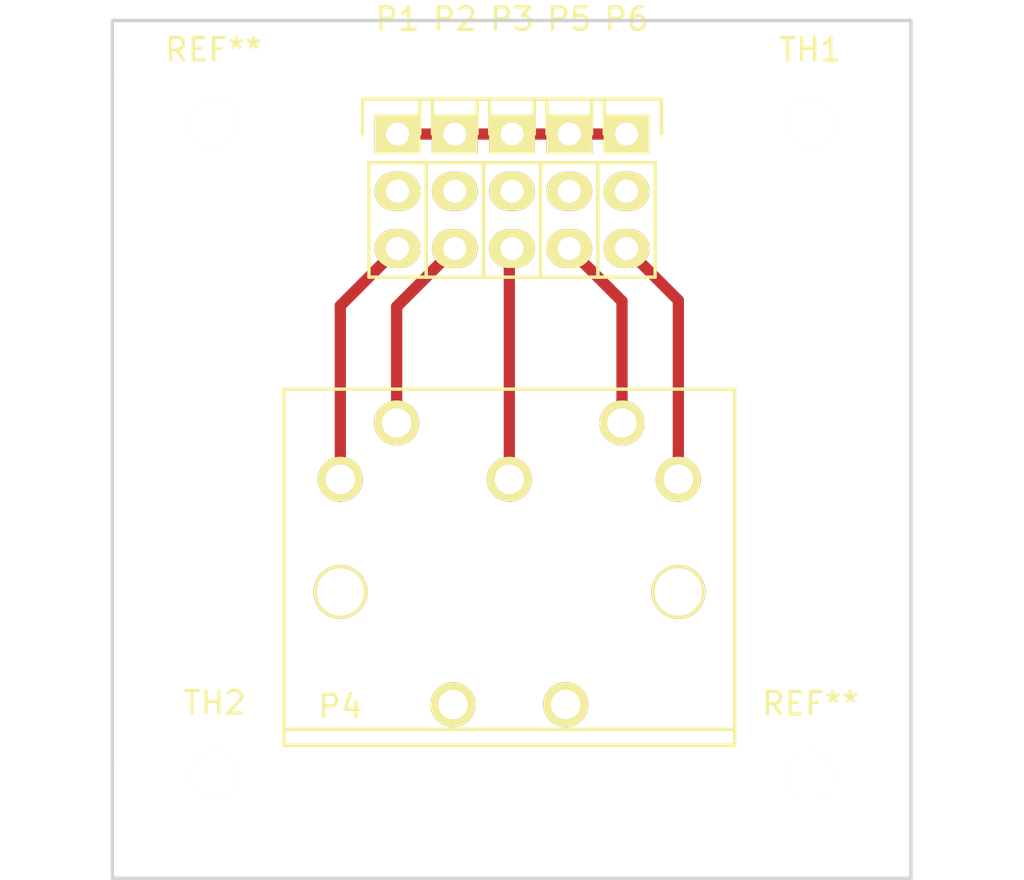
<source format=kicad_pcb>
(kicad_pcb (version 4) (host pcbnew 4.0.3-stable)

  (general
    (links 9)
    (no_connects 3)
    (area 111.724999 101.564999 147.315001 139.775001)
    (thickness 1.6)
    (drawings 18)
    (tracks 15)
    (zones 0)
    (modules 10)
    (nets 12)
  )

  (page A4)
  (layers
    (0 F.Cu signal)
    (31 B.Cu signal)
    (32 B.Adhes user)
    (33 F.Adhes user)
    (34 B.Paste user)
    (35 F.Paste user)
    (36 B.SilkS user)
    (37 F.SilkS user)
    (38 B.Mask user)
    (39 F.Mask user)
    (40 Dwgs.User user)
    (41 Cmts.User user)
    (42 Eco1.User user)
    (43 Eco2.User user)
    (44 Edge.Cuts user)
    (45 Margin user)
    (46 B.CrtYd user)
    (47 F.CrtYd user)
    (48 B.Fab user)
    (49 F.Fab user)
  )

  (setup
    (last_trace_width 0.5)
    (trace_clearance 0.4)
    (zone_clearance 0.508)
    (zone_45_only no)
    (trace_min 0.2)
    (segment_width 0.2)
    (edge_width 0.15)
    (via_size 0.6)
    (via_drill 0.3)
    (via_min_size 0.4)
    (via_min_drill 0.3)
    (uvia_size 7.62)
    (uvia_drill 0.1)
    (uvias_allowed no)
    (uvia_min_size 0.2)
    (uvia_min_drill 0.1)
    (pcb_text_width 0.3)
    (pcb_text_size 1.5 1.5)
    (mod_edge_width 0.15)
    (mod_text_size 1 1)
    (mod_text_width 0.15)
    (pad_size 2.032 1.7272)
    (pad_drill 1.016)
    (pad_to_mask_clearance 0.2)
    (aux_axis_origin 0 0)
    (visible_elements FFFFFF7F)
    (pcbplotparams
      (layerselection 0x00030_80000001)
      (usegerberextensions false)
      (excludeedgelayer true)
      (linewidth 0.100000)
      (plotframeref false)
      (viasonmask false)
      (mode 1)
      (useauxorigin false)
      (hpglpennumber 1)
      (hpglpenspeed 20)
      (hpglpendiameter 15)
      (hpglpenoverlay 2)
      (psnegative false)
      (psa4output false)
      (plotreference true)
      (plotvalue true)
      (plotinvisibletext false)
      (padsonsilk false)
      (subtractmaskfromsilk false)
      (outputformat 1)
      (mirror false)
      (drillshape 1)
      (scaleselection 1)
      (outputdirectory ""))
  )

  (net 0 "")
  (net 1 GND)
  (net 2 "Net-(P1-Pad2)")
  (net 3 /3)
  (net 4 "Net-(P2-Pad2)")
  (net 5 /5)
  (net 6 "Net-(P3-Pad2)")
  (net 7 /2)
  (net 8 /1)
  (net 9 /4)
  (net 10 "Net-(P5-Pad2)")
  (net 11 "Net-(P6-Pad2)")

  (net_class Default "This is the default net class."
    (clearance 0.4)
    (trace_width 0.5)
    (via_dia 0.6)
    (via_drill 0.3)
    (uvia_dia 7.62)
    (uvia_drill 0.1)
    (add_net /1)
    (add_net /2)
    (add_net /3)
    (add_net /4)
    (add_net /5)
    (add_net GND)
    (add_net "Net-(P1-Pad2)")
    (add_net "Net-(P2-Pad2)")
    (add_net "Net-(P3-Pad2)")
    (add_net "Net-(P5-Pad2)")
    (add_net "Net-(P6-Pad2)")
  )

  (module Pin_Headers:Pin_Header_Straight_1x03 (layer F.Cu) (tedit 0) (tstamp 58002501)
    (at 124.46 106.68)
    (descr "Through hole pin header")
    (tags "pin header")
    (path /57FFD25A)
    (fp_text reference P1 (at 0 -5.1) (layer F.SilkS)
      (effects (font (size 1 1) (thickness 0.15)))
    )
    (fp_text value CONN_01X03 (at 0 -3.1) (layer F.Fab)
      (effects (font (size 1 1) (thickness 0.15)))
    )
    (fp_line (start -1.75 -1.75) (end -1.75 6.85) (layer F.CrtYd) (width 0.05))
    (fp_line (start 1.75 -1.75) (end 1.75 6.85) (layer F.CrtYd) (width 0.05))
    (fp_line (start -1.75 -1.75) (end 1.75 -1.75) (layer F.CrtYd) (width 0.05))
    (fp_line (start -1.75 6.85) (end 1.75 6.85) (layer F.CrtYd) (width 0.05))
    (fp_line (start -1.27 1.27) (end -1.27 6.35) (layer F.SilkS) (width 0.15))
    (fp_line (start -1.27 6.35) (end 1.27 6.35) (layer F.SilkS) (width 0.15))
    (fp_line (start 1.27 6.35) (end 1.27 1.27) (layer F.SilkS) (width 0.15))
    (fp_line (start 1.55 -1.55) (end 1.55 0) (layer F.SilkS) (width 0.15))
    (fp_line (start 1.27 1.27) (end -1.27 1.27) (layer F.SilkS) (width 0.15))
    (fp_line (start -1.55 0) (end -1.55 -1.55) (layer F.SilkS) (width 0.15))
    (fp_line (start -1.55 -1.55) (end 1.55 -1.55) (layer F.SilkS) (width 0.15))
    (pad 1 thru_hole rect (at 0 0) (size 2.032 1.7272) (drill 1.016) (layers *.Cu *.Mask F.SilkS)
      (net 1 GND))
    (pad 2 thru_hole oval (at 0 2.54) (size 2.032 1.7272) (drill 1.016) (layers *.Cu *.Mask F.SilkS)
      (net 2 "Net-(P1-Pad2)"))
    (pad 3 thru_hole oval (at 0 5.08) (size 2.032 1.7272) (drill 1.016) (layers *.Cu *.Mask F.SilkS)
      (net 3 /3))
    (model Pin_Headers.3dshapes/Pin_Header_Straight_1x03.wrl
      (at (xyz 0 -0.1 0))
      (scale (xyz 1 1 1))
      (rotate (xyz 0 0 90))
    )
  )

  (module Pin_Headers:Pin_Header_Straight_1x03 (layer F.Cu) (tedit 0) (tstamp 58002508)
    (at 127 106.68)
    (descr "Through hole pin header")
    (tags "pin header")
    (path /57FFD28E)
    (fp_text reference P2 (at 0 -5.1) (layer F.SilkS)
      (effects (font (size 1 1) (thickness 0.15)))
    )
    (fp_text value CONN_01X03 (at 0 -3.1) (layer F.Fab)
      (effects (font (size 1 1) (thickness 0.15)))
    )
    (fp_line (start -1.75 -1.75) (end -1.75 6.85) (layer F.CrtYd) (width 0.05))
    (fp_line (start 1.75 -1.75) (end 1.75 6.85) (layer F.CrtYd) (width 0.05))
    (fp_line (start -1.75 -1.75) (end 1.75 -1.75) (layer F.CrtYd) (width 0.05))
    (fp_line (start -1.75 6.85) (end 1.75 6.85) (layer F.CrtYd) (width 0.05))
    (fp_line (start -1.27 1.27) (end -1.27 6.35) (layer F.SilkS) (width 0.15))
    (fp_line (start -1.27 6.35) (end 1.27 6.35) (layer F.SilkS) (width 0.15))
    (fp_line (start 1.27 6.35) (end 1.27 1.27) (layer F.SilkS) (width 0.15))
    (fp_line (start 1.55 -1.55) (end 1.55 0) (layer F.SilkS) (width 0.15))
    (fp_line (start 1.27 1.27) (end -1.27 1.27) (layer F.SilkS) (width 0.15))
    (fp_line (start -1.55 0) (end -1.55 -1.55) (layer F.SilkS) (width 0.15))
    (fp_line (start -1.55 -1.55) (end 1.55 -1.55) (layer F.SilkS) (width 0.15))
    (pad 1 thru_hole rect (at 0 0) (size 2.032 1.7272) (drill 1.016) (layers *.Cu *.Mask F.SilkS)
      (net 1 GND))
    (pad 2 thru_hole oval (at 0 2.54) (size 2.032 1.7272) (drill 1.016) (layers *.Cu *.Mask F.SilkS)
      (net 4 "Net-(P2-Pad2)"))
    (pad 3 thru_hole oval (at 0 5.08) (size 2.032 1.7272) (drill 1.016) (layers *.Cu *.Mask F.SilkS)
      (net 5 /5))
    (model Pin_Headers.3dshapes/Pin_Header_Straight_1x03.wrl
      (at (xyz 0 -0.1 0))
      (scale (xyz 1 1 1))
      (rotate (xyz 0 0 90))
    )
  )

  (module Pin_Headers:Pin_Header_Straight_1x03 (layer F.Cu) (tedit 0) (tstamp 5800250F)
    (at 129.54 106.68)
    (descr "Through hole pin header")
    (tags "pin header")
    (path /57FFD2D2)
    (fp_text reference P3 (at 0 -5.1) (layer F.SilkS)
      (effects (font (size 1 1) (thickness 0.15)))
    )
    (fp_text value CONN_01X03 (at 0 -3.1) (layer F.Fab)
      (effects (font (size 1 1) (thickness 0.15)))
    )
    (fp_line (start -1.75 -1.75) (end -1.75 6.85) (layer F.CrtYd) (width 0.05))
    (fp_line (start 1.75 -1.75) (end 1.75 6.85) (layer F.CrtYd) (width 0.05))
    (fp_line (start -1.75 -1.75) (end 1.75 -1.75) (layer F.CrtYd) (width 0.05))
    (fp_line (start -1.75 6.85) (end 1.75 6.85) (layer F.CrtYd) (width 0.05))
    (fp_line (start -1.27 1.27) (end -1.27 6.35) (layer F.SilkS) (width 0.15))
    (fp_line (start -1.27 6.35) (end 1.27 6.35) (layer F.SilkS) (width 0.15))
    (fp_line (start 1.27 6.35) (end 1.27 1.27) (layer F.SilkS) (width 0.15))
    (fp_line (start 1.55 -1.55) (end 1.55 0) (layer F.SilkS) (width 0.15))
    (fp_line (start 1.27 1.27) (end -1.27 1.27) (layer F.SilkS) (width 0.15))
    (fp_line (start -1.55 0) (end -1.55 -1.55) (layer F.SilkS) (width 0.15))
    (fp_line (start -1.55 -1.55) (end 1.55 -1.55) (layer F.SilkS) (width 0.15))
    (pad 1 thru_hole rect (at 0 0) (size 2.032 1.7272) (drill 1.016) (layers *.Cu *.Mask F.SilkS)
      (net 1 GND))
    (pad 2 thru_hole oval (at 0 2.54) (size 2.032 1.7272) (drill 1.016) (layers *.Cu *.Mask F.SilkS)
      (net 6 "Net-(P3-Pad2)"))
    (pad 3 thru_hole oval (at 0 5.08) (size 2.032 1.7272) (drill 1.016) (layers *.Cu *.Mask F.SilkS)
      (net 7 /2))
    (model Pin_Headers.3dshapes/Pin_Header_Straight_1x03.wrl
      (at (xyz 0 -0.1 0))
      (scale (xyz 1 1 1))
      (rotate (xyz 0 0 90))
    )
  )

  (module robosub_footprints:cui-5-board-f (layer F.Cu) (tedit 58001AAD) (tstamp 58002521)
    (at 121.92 127)
    (path /58001732)
    (fp_text reference P4 (at 0 5.08) (layer F.SilkS)
      (effects (font (size 1 1) (thickness 0.15)))
    )
    (fp_text value CONN_01X05 (at 3.302 -9.906) (layer F.Fab)
      (effects (font (size 1 1) (thickness 0.15)))
    )
    (fp_line (start 17.5 6.096) (end -2.5 6.096) (layer F.SilkS) (width 0.15))
    (fp_line (start 17.5 6.8) (end 17.5 -9) (layer F.SilkS) (width 0.15))
    (fp_line (start -2.5 6.8) (end 17.5 6.8) (layer F.SilkS) (width 0.15))
    (fp_line (start -2.5 -9) (end -2.5 6.8) (layer F.SilkS) (width 0.15))
    (fp_line (start -2.5 -9) (end 17.5 -9) (layer F.SilkS) (width 0.15))
    (pad ~ thru_hole circle (at 0 0) (size 2.4 2.4) (drill 2.1) (layers *.Cu *.Mask F.SilkS))
    (pad ~ thru_hole circle (at 15 0) (size 2.4 2.4) (drill 2.1) (layers *.Cu *.Mask F.SilkS))
    (pad 3 thru_hole circle (at 0 -5) (size 2 2) (drill 1.3) (layers *.Cu *.Mask F.SilkS)
      (net 3 /3))
    (pad 1 thru_hole circle (at 15 -5) (size 2 2) (drill 1.3) (layers *.Cu *.Mask F.SilkS)
      (net 8 /1))
    (pad 2 thru_hole circle (at 7.5 -5) (size 2 2) (drill 1.3) (layers *.Cu *.Mask F.SilkS)
      (net 7 /2))
    (pad 4 thru_hole circle (at 12.5 -7.5) (size 2 2) (drill 1.3) (layers *.Cu *.Mask F.SilkS)
      (net 9 /4))
    (pad 5 thru_hole circle (at 2.5 -7.5) (size 2 2) (drill 1.3) (layers *.Cu *.Mask F.SilkS)
      (net 5 /5))
    (pad ~ thru_hole circle (at 5 5) (size 2 2) (drill 1.3) (layers *.Cu *.Mask F.SilkS))
    (pad ~ thru_hole circle (at 10 5) (size 2 2) (drill 1.3) (layers *.Cu *.Mask F.SilkS))
  )

  (module Pin_Headers:Pin_Header_Straight_1x03 (layer F.Cu) (tedit 0) (tstamp 58002528)
    (at 132.08 106.68)
    (descr "Through hole pin header")
    (tags "pin header")
    (path /57FFD2F7)
    (fp_text reference P5 (at 0 -5.1) (layer F.SilkS)
      (effects (font (size 1 1) (thickness 0.15)))
    )
    (fp_text value CONN_01X03 (at 0 -3.1) (layer F.Fab)
      (effects (font (size 1 1) (thickness 0.15)))
    )
    (fp_line (start -1.75 -1.75) (end -1.75 6.85) (layer F.CrtYd) (width 0.05))
    (fp_line (start 1.75 -1.75) (end 1.75 6.85) (layer F.CrtYd) (width 0.05))
    (fp_line (start -1.75 -1.75) (end 1.75 -1.75) (layer F.CrtYd) (width 0.05))
    (fp_line (start -1.75 6.85) (end 1.75 6.85) (layer F.CrtYd) (width 0.05))
    (fp_line (start -1.27 1.27) (end -1.27 6.35) (layer F.SilkS) (width 0.15))
    (fp_line (start -1.27 6.35) (end 1.27 6.35) (layer F.SilkS) (width 0.15))
    (fp_line (start 1.27 6.35) (end 1.27 1.27) (layer F.SilkS) (width 0.15))
    (fp_line (start 1.55 -1.55) (end 1.55 0) (layer F.SilkS) (width 0.15))
    (fp_line (start 1.27 1.27) (end -1.27 1.27) (layer F.SilkS) (width 0.15))
    (fp_line (start -1.55 0) (end -1.55 -1.55) (layer F.SilkS) (width 0.15))
    (fp_line (start -1.55 -1.55) (end 1.55 -1.55) (layer F.SilkS) (width 0.15))
    (pad 1 thru_hole rect (at 0 0) (size 2.032 1.7272) (drill 1.016) (layers *.Cu *.Mask F.SilkS)
      (net 1 GND))
    (pad 2 thru_hole oval (at 0 2.54) (size 2.032 1.7272) (drill 1.016) (layers *.Cu *.Mask F.SilkS)
      (net 10 "Net-(P5-Pad2)"))
    (pad 3 thru_hole oval (at 0 5.08) (size 2.032 1.7272) (drill 1.016) (layers *.Cu *.Mask F.SilkS)
      (net 9 /4))
    (model Pin_Headers.3dshapes/Pin_Header_Straight_1x03.wrl
      (at (xyz 0 -0.1 0))
      (scale (xyz 1 1 1))
      (rotate (xyz 0 0 90))
    )
  )

  (module Pin_Headers:Pin_Header_Straight_1x03 (layer F.Cu) (tedit 0) (tstamp 5800252F)
    (at 134.62 106.68)
    (descr "Through hole pin header")
    (tags "pin header")
    (path /57FFD194)
    (fp_text reference P6 (at 0 -5.1) (layer F.SilkS)
      (effects (font (size 1 1) (thickness 0.15)))
    )
    (fp_text value CONN_01X03 (at 0 -3.1) (layer F.Fab)
      (effects (font (size 1 1) (thickness 0.15)))
    )
    (fp_line (start -1.75 -1.75) (end -1.75 6.85) (layer F.CrtYd) (width 0.05))
    (fp_line (start 1.75 -1.75) (end 1.75 6.85) (layer F.CrtYd) (width 0.05))
    (fp_line (start -1.75 -1.75) (end 1.75 -1.75) (layer F.CrtYd) (width 0.05))
    (fp_line (start -1.75 6.85) (end 1.75 6.85) (layer F.CrtYd) (width 0.05))
    (fp_line (start -1.27 1.27) (end -1.27 6.35) (layer F.SilkS) (width 0.15))
    (fp_line (start -1.27 6.35) (end 1.27 6.35) (layer F.SilkS) (width 0.15))
    (fp_line (start 1.27 6.35) (end 1.27 1.27) (layer F.SilkS) (width 0.15))
    (fp_line (start 1.55 -1.55) (end 1.55 0) (layer F.SilkS) (width 0.15))
    (fp_line (start 1.27 1.27) (end -1.27 1.27) (layer F.SilkS) (width 0.15))
    (fp_line (start -1.55 0) (end -1.55 -1.55) (layer F.SilkS) (width 0.15))
    (fp_line (start -1.55 -1.55) (end 1.55 -1.55) (layer F.SilkS) (width 0.15))
    (pad 1 thru_hole rect (at 0 0) (size 2.032 1.7272) (drill 1.016) (layers *.Cu *.Mask F.SilkS)
      (net 1 GND))
    (pad 2 thru_hole oval (at 0 2.54) (size 2.032 1.7272) (drill 1.016) (layers *.Cu *.Mask F.SilkS)
      (net 11 "Net-(P6-Pad2)"))
    (pad 3 thru_hole oval (at 0 5.08) (size 2.032 1.7272) (drill 1.016) (layers *.Cu *.Mask F.SilkS)
      (net 8 /1))
    (model Pin_Headers.3dshapes/Pin_Header_Straight_1x03.wrl
      (at (xyz 0 -0.1 0))
      (scale (xyz 1 1 1))
      (rotate (xyz 0 0 90))
    )
  )

  (module Mounting_Holes:MountingHole_2.2mm_M2 (layer F.Cu) (tedit 58003717) (tstamp 580030D4)
    (at 142.78 106.14)
    (descr "Mounting Hole 2.2mm, no annular, M2")
    (tags "mounting hole 2.2mm no annular m2")
    (fp_text reference TH1 (at 0 -3.2) (layer F.SilkS)
      (effects (font (size 1 1) (thickness 0.15)))
    )
    (fp_text value MountingHole_2.2mm_M2 (at 0 3.2) (layer F.Fab)
      (effects (font (size 1 1) (thickness 0.15)))
    )
    (fp_circle (center 0 0) (end 2.2 0) (layer Cmts.User) (width 0.15))
    (fp_circle (center 0 0) (end 2.45 0) (layer F.CrtYd) (width 0.05))
    (pad 1 np_thru_hole circle (at 0 0) (size 2.2 2.2) (drill 2.2) (layers *.Cu *.Mask F.SilkS))
  )

  (module Mounting_Holes:MountingHole_2.2mm_M2 (layer F.Cu) (tedit 58003764) (tstamp 58003749)
    (at 116.34 135.12)
    (descr "Mounting Hole 2.2mm, no annular, M2")
    (tags "mounting hole 2.2mm no annular m2")
    (fp_text reference TH2 (at 0 -3.2) (layer F.SilkS)
      (effects (font (size 1 1) (thickness 0.15)))
    )
    (fp_text value MountingHole_2.2mm_M2 (at 0 3.2) (layer F.Fab)
      (effects (font (size 1 1) (thickness 0.15)))
    )
    (fp_circle (center 0 0) (end 2.2 0) (layer Cmts.User) (width 0.15))
    (fp_circle (center 0 0) (end 2.45 0) (layer F.CrtYd) (width 0.05))
    (pad 1 np_thru_hole circle (at 0 0) (size 2.2 2.2) (drill 2.2) (layers *.Cu *.Mask F.SilkS))
  )

  (module Mounting_Holes:MountingHole_2.2mm_M2 (layer F.Cu) (tedit 56D1B4CB) (tstamp 58003BF9)
    (at 116.3 106.14)
    (descr "Mounting Hole 2.2mm, no annular, M2")
    (tags "mounting hole 2.2mm no annular m2")
    (fp_text reference REF** (at 0 -3.2) (layer F.SilkS)
      (effects (font (size 1 1) (thickness 0.15)))
    )
    (fp_text value MountingHole_2.2mm_M2 (at 0 3.2) (layer F.Fab)
      (effects (font (size 1 1) (thickness 0.15)))
    )
    (fp_circle (center 0 0) (end 2.2 0) (layer Cmts.User) (width 0.15))
    (fp_circle (center 0 0) (end 2.45 0) (layer F.CrtYd) (width 0.05))
    (pad 1 np_thru_hole circle (at 0 0) (size 2.2 2.2) (drill 2.2) (layers *.Cu *.Mask F.SilkS))
  )

  (module Mounting_Holes:MountingHole_2.2mm_M2 (layer F.Cu) (tedit 56D1B4CB) (tstamp 58003C23)
    (at 142.78 135.16)
    (descr "Mounting Hole 2.2mm, no annular, M2")
    (tags "mounting hole 2.2mm no annular m2")
    (fp_text reference REF** (at 0 -3.2) (layer F.SilkS)
      (effects (font (size 1 1) (thickness 0.15)))
    )
    (fp_text value MountingHole_2.2mm_M2 (at 0 3.2) (layer F.Fab)
      (effects (font (size 1 1) (thickness 0.15)))
    )
    (fp_circle (center 0 0) (end 2.2 0) (layer Cmts.User) (width 0.15))
    (fp_circle (center 0 0) (end 2.45 0) (layer F.CrtYd) (width 0.05))
    (pad 1 np_thru_hole circle (at 0 0) (size 2.2 2.2) (drill 2.2) (layers *.Cu *.Mask F.SilkS))
  )

  (gr_line (start 144.7 139.7) (end 147.24 139.7) (angle 90) (layer Edge.Cuts) (width 0.15))
  (gr_line (start 144.7 101.64) (end 147.24 101.64) (angle 90) (layer Edge.Cuts) (width 0.15))
  (gr_line (start 114.34 101.64) (end 111.8 101.64) (angle 90) (layer Edge.Cuts) (width 0.15))
  (gr_line (start 111.8 139.7) (end 111.8 137.16) (angle 90) (layer Edge.Cuts) (width 0.15))
  (gr_line (start 114.34 139.7) (end 111.8 139.7) (angle 90) (layer Edge.Cuts) (width 0.15))
  (gr_line (start 147.24 139.7) (end 147.24 137.16) (angle 90) (layer Edge.Cuts) (width 0.15))
  (gr_line (start 114.34 101.64) (end 119.38 101.64) (angle 90) (layer Edge.Cuts) (width 0.15))
  (gr_line (start 111.8 104.14) (end 111.8 101.64) (angle 90) (layer Edge.Cuts) (width 0.15))
  (gr_line (start 144.7 101.64) (end 139.7 101.64) (angle 90) (layer Edge.Cuts) (width 0.15))
  (gr_line (start 147.24 104.14) (end 147.24 101.64) (angle 90) (layer Edge.Cuts) (width 0.15))
  (gr_line (start 144.7 139.7) (end 139.7 139.7) (angle 90) (layer Edge.Cuts) (width 0.15))
  (gr_line (start 147.24 134.62) (end 147.24 137.16) (angle 90) (layer Edge.Cuts) (width 0.15))
  (gr_line (start 119.38 139.7) (end 114.34 139.7) (angle 90) (layer Edge.Cuts) (width 0.15))
  (gr_line (start 111.8 134.62) (end 111.8 137.16) (angle 90) (layer Edge.Cuts) (width 0.15))
  (gr_line (start 119.38 139.7) (end 139.7 139.7) (angle 90) (layer Edge.Cuts) (width 0.15))
  (gr_line (start 111.8 104.14) (end 111.8 134.62) (angle 90) (layer Edge.Cuts) (width 0.15))
  (gr_line (start 139.7 101.64) (end 119.38 101.64) (angle 90) (layer Edge.Cuts) (width 0.15))
  (gr_line (start 147.24 134.62) (end 147.24 104.14) (angle 90) (layer Edge.Cuts) (width 0.15))

  (segment (start 124.46 106.68) (end 134.62 106.68) (width 0.5) (layer F.Cu) (net 1))
  (segment (start 121.92 122) (end 121.92 114.3) (width 0.5) (layer F.Cu) (net 3))
  (segment (start 121.92 114.3) (end 124.46 111.76) (width 0.5) (layer F.Cu) (net 3) (tstamp 58003E9C))
  (segment (start 121.92 114.3) (end 124.46 111.76) (width 0.5) (layer F.Cu) (net 3) (tstamp 58002E1E))
  (segment (start 124.42 119.5) (end 124.42 114.34) (width 0.5) (layer F.Cu) (net 5))
  (segment (start 124.42 114.34) (end 127 111.76) (width 0.5) (layer F.Cu) (net 5) (tstamp 58003E94))
  (segment (start 124.42 114.34) (end 127 111.76) (width 0.5) (layer F.Cu) (net 5) (tstamp 58002E22))
  (segment (start 129.42 122) (end 129.42 111.88) (width 0.5) (layer F.Cu) (net 7))
  (segment (start 129.42 111.88) (end 129.54 111.76) (width 0.5) (layer F.Cu) (net 7) (tstamp 58003EA3))
  (segment (start 129.42 111.88) (end 129.54 111.76) (width 0.5) (layer F.Cu) (net 7) (tstamp 58002E26))
  (segment (start 136.92 122) (end 136.92 114.06) (width 0.5) (layer F.Cu) (net 8))
  (segment (start 136.92 114.06) (end 134.62 111.76) (width 0.5) (layer F.Cu) (net 8) (tstamp 58002E2F))
  (segment (start 134.42 119.5) (end 134.42 114.1) (width 0.5) (layer F.Cu) (net 9))
  (segment (start 134.42 114.1) (end 132.08 111.76) (width 0.5) (layer F.Cu) (net 9) (tstamp 58003EA0))
  (segment (start 134.42 114.1) (end 132.08 111.76) (width 0.5) (layer F.Cu) (net 9) (tstamp 58002E2B))

  (zone (net 1) (net_name GND) (layer B.Cu) (tstamp 58002DF6) (hatch edge 0.508)
    (connect_pads (clearance 0.508))
    (min_thickness 0.254)
    (fill (arc_segments 16) (thermal_gap 0.508) (thermal_bridge_width 0.508))
    (polygon
      (pts
        (xy 147.32 139.7) (xy 111.76 139.7) (xy 111.76 101.6) (xy 147.32 101.6)
      )
    )
  )
)

</source>
